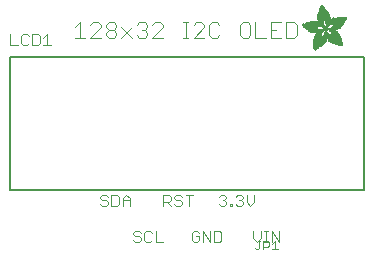
<source format=gbr>
G04 EAGLE Gerber RS-274X export*
G75*
%MOMM*%
%FSLAX34Y34*%
%LPD*%
%INSilkscreen Top*%
%IPPOS*%
%AMOC8*
5,1,8,0,0,1.08239X$1,22.5*%
G01*
%ADD10C,0.101600*%
%ADD11C,0.076200*%
%ADD12C,0.127000*%
%ADD13R,0.006300X0.050800*%
%ADD14R,0.006400X0.082600*%
%ADD15R,0.006300X0.120600*%
%ADD16R,0.006400X0.139700*%
%ADD17R,0.006300X0.158800*%
%ADD18R,0.006400X0.177800*%
%ADD19R,0.006300X0.196800*%
%ADD20R,0.006400X0.215900*%
%ADD21R,0.006300X0.228600*%
%ADD22R,0.006400X0.241300*%
%ADD23R,0.006300X0.254000*%
%ADD24R,0.006400X0.266700*%
%ADD25R,0.006300X0.279400*%
%ADD26R,0.006400X0.285700*%
%ADD27R,0.006300X0.298400*%
%ADD28R,0.006400X0.311200*%
%ADD29R,0.006300X0.317500*%
%ADD30R,0.006400X0.330200*%
%ADD31R,0.006300X0.336600*%
%ADD32R,0.006400X0.349200*%
%ADD33R,0.006300X0.361900*%
%ADD34R,0.006400X0.368300*%
%ADD35R,0.006300X0.381000*%
%ADD36R,0.006400X0.387300*%
%ADD37R,0.006300X0.393700*%
%ADD38R,0.006400X0.406400*%
%ADD39R,0.006300X0.412700*%
%ADD40R,0.006400X0.419100*%
%ADD41R,0.006300X0.431800*%
%ADD42R,0.006400X0.438100*%
%ADD43R,0.006300X0.450800*%
%ADD44R,0.006400X0.457200*%
%ADD45R,0.006300X0.463500*%
%ADD46R,0.006400X0.476200*%
%ADD47R,0.006300X0.482600*%
%ADD48R,0.006400X0.488900*%
%ADD49R,0.006300X0.501600*%
%ADD50R,0.006400X0.508000*%
%ADD51R,0.006300X0.514300*%
%ADD52R,0.006400X0.527000*%
%ADD53R,0.006300X0.533400*%
%ADD54R,0.006400X0.546100*%
%ADD55R,0.006300X0.552400*%
%ADD56R,0.006400X0.558800*%
%ADD57R,0.006300X0.571500*%
%ADD58R,0.006400X0.577800*%
%ADD59R,0.006300X0.584200*%
%ADD60R,0.006400X0.596900*%
%ADD61R,0.006300X0.603200*%
%ADD62R,0.006400X0.609600*%
%ADD63R,0.006300X0.622300*%
%ADD64R,0.006400X0.628600*%
%ADD65R,0.006300X0.641300*%
%ADD66R,0.006400X0.647700*%
%ADD67R,0.006300X0.063500*%
%ADD68R,0.006300X0.654000*%
%ADD69R,0.006400X0.101600*%
%ADD70R,0.006400X0.666700*%
%ADD71R,0.006300X0.139700*%
%ADD72R,0.006300X0.673100*%
%ADD73R,0.006400X0.165100*%
%ADD74R,0.006400X0.679400*%
%ADD75R,0.006300X0.196900*%
%ADD76R,0.006300X0.692100*%
%ADD77R,0.006400X0.222200*%
%ADD78R,0.006400X0.698500*%
%ADD79R,0.006300X0.247700*%
%ADD80R,0.006300X0.704800*%
%ADD81R,0.006400X0.279400*%
%ADD82R,0.006400X0.717500*%
%ADD83R,0.006300X0.298500*%
%ADD84R,0.006300X0.723900*%
%ADD85R,0.006400X0.736600*%
%ADD86R,0.006300X0.342900*%
%ADD87R,0.006300X0.742900*%
%ADD88R,0.006400X0.374700*%
%ADD89R,0.006400X0.749300*%
%ADD90R,0.006300X0.762000*%
%ADD91R,0.006400X0.412700*%
%ADD92R,0.006400X0.768300*%
%ADD93R,0.006300X0.438100*%
%ADD94R,0.006300X0.774700*%
%ADD95R,0.006400X0.463600*%
%ADD96R,0.006400X0.787400*%
%ADD97R,0.006300X0.793700*%
%ADD98R,0.006400X0.495300*%
%ADD99R,0.006400X0.800100*%
%ADD100R,0.006300X0.520700*%
%ADD101R,0.006300X0.812800*%
%ADD102R,0.006400X0.533400*%
%ADD103R,0.006400X0.819100*%
%ADD104R,0.006300X0.558800*%
%ADD105R,0.006300X0.825500*%
%ADD106R,0.006400X0.577900*%
%ADD107R,0.006400X0.831800*%
%ADD108R,0.006300X0.596900*%
%ADD109R,0.006300X0.844500*%
%ADD110R,0.006400X0.616000*%
%ADD111R,0.006400X0.850900*%
%ADD112R,0.006300X0.635000*%
%ADD113R,0.006300X0.857200*%
%ADD114R,0.006400X0.654100*%
%ADD115R,0.006400X0.863600*%
%ADD116R,0.006300X0.666700*%
%ADD117R,0.006300X0.869900*%
%ADD118R,0.006400X0.685800*%
%ADD119R,0.006400X0.876300*%
%ADD120R,0.006300X0.882600*%
%ADD121R,0.006400X0.723900*%
%ADD122R,0.006400X0.889000*%
%ADD123R,0.006300X0.895300*%
%ADD124R,0.006400X0.755700*%
%ADD125R,0.006400X0.901700*%
%ADD126R,0.006300X0.908000*%
%ADD127R,0.006400X0.793800*%
%ADD128R,0.006400X0.914400*%
%ADD129R,0.006300X0.806400*%
%ADD130R,0.006300X0.920700*%
%ADD131R,0.006400X0.825500*%
%ADD132R,0.006400X0.927100*%
%ADD133R,0.006300X0.933400*%
%ADD134R,0.006400X0.857300*%
%ADD135R,0.006400X0.939800*%
%ADD136R,0.006300X0.870000*%
%ADD137R,0.006300X0.939800*%
%ADD138R,0.006400X0.946100*%
%ADD139R,0.006300X0.952500*%
%ADD140R,0.006400X0.908000*%
%ADD141R,0.006400X0.958800*%
%ADD142R,0.006300X0.965200*%
%ADD143R,0.006400X0.965200*%
%ADD144R,0.006300X0.971500*%
%ADD145R,0.006400X0.952500*%
%ADD146R,0.006400X0.977900*%
%ADD147R,0.006300X0.958800*%
%ADD148R,0.006300X0.984200*%
%ADD149R,0.006400X0.971500*%
%ADD150R,0.006400X0.984200*%
%ADD151R,0.006300X0.990600*%
%ADD152R,0.006400X0.984300*%
%ADD153R,0.006400X0.996900*%
%ADD154R,0.006300X0.997000*%
%ADD155R,0.006300X0.996900*%
%ADD156R,0.006400X1.003300*%
%ADD157R,0.006300X1.016000*%
%ADD158R,0.006300X1.009600*%
%ADD159R,0.006400X1.016000*%
%ADD160R,0.006400X1.009600*%
%ADD161R,0.006300X1.022300*%
%ADD162R,0.006400X1.028700*%
%ADD163R,0.006300X1.035100*%
%ADD164R,0.006400X1.047800*%
%ADD165R,0.006300X1.054100*%
%ADD166R,0.006300X1.028700*%
%ADD167R,0.006400X1.054100*%
%ADD168R,0.006400X1.035000*%
%ADD169R,0.006300X1.060400*%
%ADD170R,0.006300X1.035000*%
%ADD171R,0.006400X1.060500*%
%ADD172R,0.006400X1.041400*%
%ADD173R,0.006300X1.066800*%
%ADD174R,0.006300X1.041400*%
%ADD175R,0.006400X1.079500*%
%ADD176R,0.006400X1.047700*%
%ADD177R,0.006300X1.085900*%
%ADD178R,0.006300X1.047700*%
%ADD179R,0.006400X1.085800*%
%ADD180R,0.006300X1.092200*%
%ADD181R,0.006400X1.085900*%
%ADD182R,0.006300X1.098600*%
%ADD183R,0.006400X1.098600*%
%ADD184R,0.006400X1.060400*%
%ADD185R,0.006300X1.104900*%
%ADD186R,0.006400X1.104900*%
%ADD187R,0.006400X1.066800*%
%ADD188R,0.006300X1.111200*%
%ADD189R,0.006400X1.117600*%
%ADD190R,0.006300X1.117600*%
%ADD191R,0.006300X1.073100*%
%ADD192R,0.006400X1.073100*%
%ADD193R,0.006300X1.124000*%
%ADD194R,0.006300X1.079500*%
%ADD195R,0.006400X1.123900*%
%ADD196R,0.006300X1.130300*%
%ADD197R,0.006400X1.130300*%
%ADD198R,0.006400X1.136700*%
%ADD199R,0.006300X1.136700*%
%ADD200R,0.006300X1.085800*%
%ADD201R,0.006400X1.136600*%
%ADD202R,0.006300X1.136600*%
%ADD203R,0.006400X1.143000*%
%ADD204R,0.006300X1.143000*%
%ADD205R,0.006300X1.149400*%
%ADD206R,0.006300X1.149300*%
%ADD207R,0.006400X1.149300*%
%ADD208R,0.006400X1.149400*%
%ADD209R,0.006400X1.155700*%
%ADD210R,0.006300X1.155700*%
%ADD211R,0.006300X1.060500*%
%ADD212R,0.006400X2.197100*%
%ADD213R,0.006300X2.197100*%
%ADD214R,0.006300X2.184400*%
%ADD215R,0.006400X2.184400*%
%ADD216R,0.006400X2.171700*%
%ADD217R,0.006300X2.171700*%
%ADD218R,0.006400X1.530300*%
%ADD219R,0.006300X1.505000*%
%ADD220R,0.006400X1.492300*%
%ADD221R,0.006300X1.485900*%
%ADD222R,0.006300X0.565200*%
%ADD223R,0.006400X1.473200*%
%ADD224R,0.006400X0.565200*%
%ADD225R,0.006300X1.460500*%
%ADD226R,0.006400X1.454100*%
%ADD227R,0.006400X0.552400*%
%ADD228R,0.006300X1.441500*%
%ADD229R,0.006300X0.546100*%
%ADD230R,0.006400X1.435100*%
%ADD231R,0.006400X0.539800*%
%ADD232R,0.006300X1.428800*%
%ADD233R,0.006400X1.422400*%
%ADD234R,0.006300X1.409700*%
%ADD235R,0.006300X0.527100*%
%ADD236R,0.006400X1.403300*%
%ADD237R,0.006400X0.527100*%
%ADD238R,0.006300X1.390700*%
%ADD239R,0.006400X1.384300*%
%ADD240R,0.006400X0.520700*%
%ADD241R,0.006300X1.384300*%
%ADD242R,0.006300X0.514400*%
%ADD243R,0.006400X1.371600*%
%ADD244R,0.006300X1.365200*%
%ADD245R,0.006300X0.508000*%
%ADD246R,0.006400X1.352600*%
%ADD247R,0.006400X0.501700*%
%ADD248R,0.006300X0.711200*%
%ADD249R,0.006300X0.603300*%
%ADD250R,0.006300X0.501700*%
%ADD251R,0.006400X0.692100*%
%ADD252R,0.006400X0.571500*%
%ADD253R,0.006300X0.679400*%
%ADD254R,0.006300X0.495300*%
%ADD255R,0.006400X0.673100*%
%ADD256R,0.006300X0.666800*%
%ADD257R,0.006300X0.488900*%
%ADD258R,0.006400X0.660400*%
%ADD259R,0.006400X0.482600*%
%ADD260R,0.006300X0.476200*%
%ADD261R,0.006400X0.654000*%
%ADD262R,0.006400X0.469900*%
%ADD263R,0.006400X0.476300*%
%ADD264R,0.006300X0.647700*%
%ADD265R,0.006300X0.457200*%
%ADD266R,0.006300X0.469900*%
%ADD267R,0.006400X0.641300*%
%ADD268R,0.006400X0.444500*%
%ADD269R,0.006300X0.463600*%
%ADD270R,0.006400X0.635000*%
%ADD271R,0.006400X0.463500*%
%ADD272R,0.006400X0.393700*%
%ADD273R,0.006400X0.450800*%
%ADD274R,0.006300X0.628600*%
%ADD275R,0.006300X0.387400*%
%ADD276R,0.006300X0.450900*%
%ADD277R,0.006400X0.628700*%
%ADD278R,0.006400X0.374600*%
%ADD279R,0.006300X0.368300*%
%ADD280R,0.006300X0.438200*%
%ADD281R,0.006400X0.622300*%
%ADD282R,0.006400X0.355600*%
%ADD283R,0.006400X0.431800*%
%ADD284R,0.006300X0.349300*%
%ADD285R,0.006300X0.425400*%
%ADD286R,0.006300X0.615900*%
%ADD287R,0.006300X0.330200*%
%ADD288R,0.006300X0.419100*%
%ADD289R,0.006300X0.616000*%
%ADD290R,0.006300X0.311200*%
%ADD291R,0.006300X0.406400*%
%ADD292R,0.006400X0.615900*%
%ADD293R,0.006400X0.304800*%
%ADD294R,0.006400X0.158800*%
%ADD295R,0.006300X0.609600*%
%ADD296R,0.006300X0.292100*%
%ADD297R,0.006300X0.235000*%
%ADD298R,0.006400X0.387400*%
%ADD299R,0.006400X0.292100*%
%ADD300R,0.006300X0.336500*%
%ADD301R,0.006300X0.260400*%
%ADD302R,0.006400X0.603300*%
%ADD303R,0.006400X0.260400*%
%ADD304R,0.006400X0.362000*%
%ADD305R,0.006400X0.450900*%
%ADD306R,0.006300X0.355600*%
%ADD307R,0.006400X0.342900*%
%ADD308R,0.006400X0.514300*%
%ADD309R,0.006300X0.234900*%
%ADD310R,0.006300X0.539700*%
%ADD311R,0.006400X0.603200*%
%ADD312R,0.006400X0.234900*%
%ADD313R,0.006400X0.920700*%
%ADD314R,0.006400X0.958900*%
%ADD315R,0.006300X0.215900*%
%ADD316R,0.006400X0.209600*%
%ADD317R,0.006300X0.203200*%
%ADD318R,0.006300X1.003300*%
%ADD319R,0.006400X0.203200*%
%ADD320R,0.006400X0.196900*%
%ADD321R,0.006300X0.190500*%
%ADD322R,0.006400X0.190500*%
%ADD323R,0.006300X0.184200*%
%ADD324R,0.006400X0.590500*%
%ADD325R,0.006400X0.184200*%
%ADD326R,0.006300X0.590500*%
%ADD327R,0.006300X0.177800*%
%ADD328R,0.006400X0.584200*%
%ADD329R,0.006400X1.168400*%
%ADD330R,0.006300X0.171500*%
%ADD331R,0.006300X1.187500*%
%ADD332R,0.006400X1.200100*%
%ADD333R,0.006300X0.577800*%
%ADD334R,0.006300X1.212900*%
%ADD335R,0.006400X1.231900*%
%ADD336R,0.006300X1.250900*%
%ADD337R,0.006400X0.565100*%
%ADD338R,0.006400X0.184100*%
%ADD339R,0.006400X1.263700*%
%ADD340R,0.006300X0.565100*%
%ADD341R,0.006300X1.289100*%
%ADD342R,0.006400X1.314400*%
%ADD343R,0.006300X0.552500*%
%ADD344R,0.006300X1.568500*%
%ADD345R,0.006400X0.552500*%
%ADD346R,0.006400X1.581200*%
%ADD347R,0.006300X1.593800*%
%ADD348R,0.006400X1.606500*%
%ADD349R,0.006300X1.619300*%
%ADD350R,0.006400X0.514400*%
%ADD351R,0.006400X1.638300*%
%ADD352R,0.006300X1.657300*%
%ADD353R,0.006400X2.209800*%
%ADD354R,0.006300X2.425700*%
%ADD355R,0.006400X2.470100*%
%ADD356R,0.006300X2.501900*%
%ADD357R,0.006400X2.533700*%
%ADD358R,0.006300X2.559000*%
%ADD359R,0.006400X2.584500*%
%ADD360R,0.006300X2.609900*%
%ADD361R,0.006400X2.628900*%
%ADD362R,0.006300X2.660600*%
%ADD363R,0.006400X2.673400*%
%ADD364R,0.006300X1.422400*%
%ADD365R,0.006300X1.200200*%
%ADD366R,0.006300X1.365300*%
%ADD367R,0.006400X1.365300*%
%ADD368R,0.006300X1.352500*%
%ADD369R,0.006300X1.098500*%
%ADD370R,0.006400X1.358900*%
%ADD371R,0.006300X1.352600*%
%ADD372R,0.006300X1.358900*%
%ADD373R,0.006300X1.371600*%
%ADD374R,0.006400X1.377900*%
%ADD375R,0.006400X1.397000*%
%ADD376R,0.006300X1.403300*%
%ADD377R,0.006300X0.914400*%
%ADD378R,0.006300X0.876300*%
%ADD379R,0.006300X0.374600*%
%ADD380R,0.006400X1.073200*%
%ADD381R,0.006300X0.374700*%
%ADD382R,0.006400X0.844600*%
%ADD383R,0.006300X0.844600*%
%ADD384R,0.006400X0.831900*%
%ADD385R,0.006400X1.092200*%
%ADD386R,0.006300X0.400000*%
%ADD387R,0.006400X0.819200*%
%ADD388R,0.006400X1.111300*%
%ADD389R,0.006400X0.812800*%
%ADD390R,0.006300X0.800100*%
%ADD391R,0.006300X0.476300*%
%ADD392R,0.006300X1.181100*%
%ADD393R,0.006400X0.501600*%
%ADD394R,0.006400X1.193800*%
%ADD395R,0.006400X0.781000*%
%ADD396R,0.006400X1.238200*%
%ADD397R,0.006300X0.781100*%
%ADD398R,0.006300X1.257300*%
%ADD399R,0.006400X1.295400*%
%ADD400R,0.006300X1.333500*%
%ADD401R,0.006400X0.774700*%
%ADD402R,0.006400X1.866900*%
%ADD403R,0.006300X0.209600*%
%ADD404R,0.006300X1.866900*%
%ADD405R,0.006400X0.768400*%
%ADD406R,0.006400X0.209500*%
%ADD407R,0.006400X1.860600*%
%ADD408R,0.006400X0.762000*%
%ADD409R,0.006300X0.768400*%
%ADD410R,0.006300X1.860600*%
%ADD411R,0.006400X1.860500*%
%ADD412R,0.006300X0.222300*%
%ADD413R,0.006300X1.854200*%
%ADD414R,0.006400X0.235000*%
%ADD415R,0.006400X1.854200*%
%ADD416R,0.006300X0.768300*%
%ADD417R,0.006400X0.260300*%
%ADD418R,0.006400X1.847800*%
%ADD419R,0.006300X0.266700*%
%ADD420R,0.006300X1.847800*%
%ADD421R,0.006400X0.273100*%
%ADD422R,0.006400X1.841500*%
%ADD423R,0.006300X0.285800*%
%ADD424R,0.006300X1.841500*%
%ADD425R,0.006400X0.298500*%
%ADD426R,0.006400X1.835100*%
%ADD427R,0.006300X0.781000*%
%ADD428R,0.006300X0.304800*%
%ADD429R,0.006300X1.835100*%
%ADD430R,0.006400X0.317500*%
%ADD431R,0.006400X1.828800*%
%ADD432R,0.006300X0.787400*%
%ADD433R,0.006300X0.323800*%
%ADD434R,0.006300X1.828800*%
%ADD435R,0.006400X0.793700*%
%ADD436R,0.006400X1.822400*%
%ADD437R,0.006300X0.806500*%
%ADD438R,0.006300X1.822400*%
%ADD439R,0.006400X1.816100*%
%ADD440R,0.006300X0.819100*%
%ADD441R,0.006300X0.387300*%
%ADD442R,0.006300X1.816100*%
%ADD443R,0.006400X1.809800*%
%ADD444R,0.006300X1.803400*%
%ADD445R,0.006400X1.797000*%
%ADD446R,0.006300X0.901700*%
%ADD447R,0.006300X1.797000*%
%ADD448R,0.006400X1.441400*%
%ADD449R,0.006400X1.790700*%
%ADD450R,0.006300X1.447800*%
%ADD451R,0.006300X1.784300*%
%ADD452R,0.006400X1.447800*%
%ADD453R,0.006400X1.784300*%
%ADD454R,0.006300X1.454100*%
%ADD455R,0.006300X1.771700*%
%ADD456R,0.006400X1.460500*%
%ADD457R,0.006400X1.759000*%
%ADD458R,0.006300X1.466800*%
%ADD459R,0.006300X1.752600*%
%ADD460R,0.006400X1.466800*%
%ADD461R,0.006400X1.739900*%
%ADD462R,0.006300X1.473200*%
%ADD463R,0.006300X1.727200*%
%ADD464R,0.006400X1.479500*%
%ADD465R,0.006400X1.714500*%
%ADD466R,0.006300X1.695400*%
%ADD467R,0.006400X1.485900*%
%ADD468R,0.006400X1.682700*%
%ADD469R,0.006300X1.492200*%
%ADD470R,0.006300X1.663700*%
%ADD471R,0.006400X1.498600*%
%ADD472R,0.006400X1.644600*%
%ADD473R,0.006300X1.498600*%
%ADD474R,0.006300X1.619200*%
%ADD475R,0.006400X1.511300*%
%ADD476R,0.006400X1.600200*%
%ADD477R,0.006300X1.517700*%
%ADD478R,0.006300X1.574800*%
%ADD479R,0.006400X1.524000*%
%ADD480R,0.006400X1.555800*%
%ADD481R,0.006300X1.524000*%
%ADD482R,0.006300X1.536700*%
%ADD483R,0.006400X1.530400*%
%ADD484R,0.006400X1.517700*%
%ADD485R,0.006300X1.492300*%
%ADD486R,0.006400X1.549400*%
%ADD487R,0.006400X1.479600*%
%ADD488R,0.006300X1.549400*%
%ADD489R,0.006400X1.555700*%
%ADD490R,0.006300X1.562100*%
%ADD491R,0.006300X0.323900*%
%ADD492R,0.006400X1.568400*%
%ADD493R,0.006400X0.336600*%
%ADD494R,0.006300X1.587500*%
%ADD495R,0.006300X0.971600*%
%ADD496R,0.006400X0.349300*%
%ADD497R,0.006300X1.600200*%
%ADD498R,0.006300X0.920800*%
%ADD499R,0.006400X0.882700*%
%ADD500R,0.006300X1.612900*%
%ADD501R,0.006300X0.362000*%
%ADD502R,0.006400X1.625600*%
%ADD503R,0.006300X1.625600*%
%ADD504R,0.006300X1.644600*%
%ADD505R,0.006300X0.736600*%
%ADD506R,0.006400X0.717600*%
%ADD507R,0.006300X1.657400*%
%ADD508R,0.006300X0.679500*%
%ADD509R,0.006400X1.663700*%
%ADD510R,0.006400X0.400000*%
%ADD511R,0.006300X1.676400*%
%ADD512R,0.006400X1.676400*%
%ADD513R,0.006400X0.425500*%
%ADD514R,0.006400X1.352500*%
%ADD515R,0.006300X0.444500*%
%ADD516R,0.006400X0.361900*%
%ADD517R,0.006300X0.088900*%
%ADD518R,0.006300X1.009700*%
%ADD519R,0.006400X1.009700*%
%ADD520R,0.006400X1.022300*%
%ADD521R,0.006400X1.346200*%
%ADD522R,0.006300X1.346200*%
%ADD523R,0.006400X1.339900*%
%ADD524R,0.006400X1.035100*%
%ADD525R,0.006300X1.339800*%
%ADD526R,0.006400X1.333500*%
%ADD527R,0.006400X1.327200*%
%ADD528R,0.006300X1.320800*%
%ADD529R,0.006400X1.314500*%
%ADD530R,0.006300X1.314400*%
%ADD531R,0.006400X1.301700*%
%ADD532R,0.006300X1.295400*%
%ADD533R,0.006400X1.289000*%
%ADD534R,0.006300X1.276300*%
%ADD535R,0.006300X1.251000*%
%ADD536R,0.006400X1.244600*%
%ADD537R,0.006300X1.231900*%
%ADD538R,0.006400X1.212800*%
%ADD539R,0.006300X1.200100*%
%ADD540R,0.006400X1.187400*%
%ADD541R,0.006300X1.168400*%
%ADD542R,0.006300X1.047800*%
%ADD543R,0.006300X0.977900*%
%ADD544R,0.006400X0.946200*%
%ADD545R,0.006400X0.933400*%
%ADD546R,0.006400X0.895300*%
%ADD547R,0.006300X0.882700*%
%ADD548R,0.006300X0.863600*%
%ADD549R,0.006400X0.857200*%
%ADD550R,0.006300X0.850900*%
%ADD551R,0.006300X0.838200*%
%ADD552R,0.006400X0.806500*%
%ADD553R,0.006300X0.717600*%
%ADD554R,0.006400X0.711200*%
%ADD555R,0.006400X0.641400*%
%ADD556R,0.006300X0.641400*%
%ADD557R,0.006300X0.628700*%
%ADD558R,0.006300X0.590600*%
%ADD559R,0.006400X0.539700*%
%ADD560R,0.006300X0.285700*%
%ADD561R,0.006300X0.222200*%
%ADD562R,0.006300X0.171400*%
%ADD563R,0.006400X0.152400*%
%ADD564R,0.006300X0.133400*%


D10*
X72818Y184501D02*
X77224Y188907D01*
X77224Y175688D01*
X72818Y175688D02*
X81631Y175688D01*
X85915Y175688D02*
X94728Y175688D01*
X85915Y175688D02*
X94728Y184501D01*
X94728Y186704D01*
X92525Y188907D01*
X88118Y188907D01*
X85915Y186704D01*
X99013Y186704D02*
X101216Y188907D01*
X105622Y188907D01*
X107825Y186704D01*
X107825Y184501D01*
X105622Y182298D01*
X107825Y180094D01*
X107825Y177891D01*
X105622Y175688D01*
X101216Y175688D01*
X99013Y177891D01*
X99013Y180094D01*
X101216Y182298D01*
X99013Y184501D01*
X99013Y186704D01*
X101216Y182298D02*
X105622Y182298D01*
X112110Y184501D02*
X120923Y175688D01*
X112110Y175688D02*
X120923Y184501D01*
X125207Y186704D02*
X127410Y188907D01*
X131817Y188907D01*
X134020Y186704D01*
X134020Y184501D01*
X131817Y182298D01*
X129613Y182298D01*
X131817Y182298D02*
X134020Y180094D01*
X134020Y177891D01*
X131817Y175688D01*
X127410Y175688D01*
X125207Y177891D01*
X138304Y175688D02*
X147117Y175688D01*
X138304Y175688D02*
X147117Y184501D01*
X147117Y186704D01*
X144914Y188907D01*
X140507Y188907D01*
X138304Y186704D01*
X164499Y175688D02*
X168905Y175688D01*
X166702Y175688D02*
X166702Y188907D01*
X164499Y188907D02*
X168905Y188907D01*
X173230Y175688D02*
X182043Y175688D01*
X173230Y175688D02*
X182043Y184501D01*
X182043Y186704D01*
X179840Y188907D01*
X175433Y188907D01*
X173230Y186704D01*
X192937Y188907D02*
X195140Y186704D01*
X192937Y188907D02*
X188531Y188907D01*
X186328Y186704D01*
X186328Y177891D01*
X188531Y175688D01*
X192937Y175688D01*
X195140Y177891D01*
X214725Y188907D02*
X219132Y188907D01*
X214725Y188907D02*
X212522Y186704D01*
X212522Y177891D01*
X214725Y175688D01*
X219132Y175688D01*
X221335Y177891D01*
X221335Y186704D01*
X219132Y188907D01*
X225619Y188907D02*
X225619Y175688D01*
X234432Y175688D01*
X238717Y188907D02*
X247529Y188907D01*
X238717Y188907D02*
X238717Y175688D01*
X247529Y175688D01*
X243123Y182298D02*
X238717Y182298D01*
X251814Y188907D02*
X251814Y175688D01*
X258423Y175688D01*
X260627Y177891D01*
X260627Y186704D01*
X258423Y188907D01*
X251814Y188907D01*
D11*
X223901Y12327D02*
X223901Y6056D01*
X227036Y2921D01*
X230172Y6056D01*
X230172Y12327D01*
X233256Y2921D02*
X236392Y2921D01*
X234824Y2921D02*
X234824Y12327D01*
X233256Y12327D02*
X236392Y12327D01*
X239493Y12327D02*
X239493Y2921D01*
X245764Y2921D02*
X239493Y12327D01*
X245764Y12327D02*
X245764Y2921D01*
X196259Y42807D02*
X194691Y41239D01*
X196259Y42807D02*
X199394Y42807D01*
X200962Y41239D01*
X200962Y39672D01*
X199394Y38104D01*
X197826Y38104D01*
X199394Y38104D02*
X200962Y36536D01*
X200962Y34969D01*
X199394Y33401D01*
X196259Y33401D01*
X194691Y34969D01*
X204046Y34969D02*
X204046Y33401D01*
X204046Y34969D02*
X205614Y34969D01*
X205614Y33401D01*
X204046Y33401D01*
X208724Y41239D02*
X210291Y42807D01*
X213427Y42807D01*
X214994Y41239D01*
X214994Y39672D01*
X213427Y38104D01*
X211859Y38104D01*
X213427Y38104D02*
X214994Y36536D01*
X214994Y34969D01*
X213427Y33401D01*
X210291Y33401D01*
X208724Y34969D01*
X218079Y36536D02*
X218079Y42807D01*
X218079Y36536D02*
X221214Y33401D01*
X224350Y36536D01*
X224350Y42807D01*
X178102Y10759D02*
X176534Y12327D01*
X173399Y12327D01*
X171831Y10759D01*
X171831Y4489D01*
X173399Y2921D01*
X176534Y2921D01*
X178102Y4489D01*
X178102Y7624D01*
X174966Y7624D01*
X181186Y2921D02*
X181186Y12327D01*
X187457Y2921D01*
X187457Y12327D01*
X190541Y12327D02*
X190541Y2921D01*
X195244Y2921D01*
X196812Y4489D01*
X196812Y10759D01*
X195244Y12327D01*
X190541Y12327D01*
X147701Y33401D02*
X147701Y42807D01*
X152404Y42807D01*
X153972Y41239D01*
X153972Y38104D01*
X152404Y36536D01*
X147701Y36536D01*
X150836Y36536D02*
X153972Y33401D01*
X163327Y41239D02*
X161759Y42807D01*
X158624Y42807D01*
X157056Y41239D01*
X157056Y39672D01*
X158624Y38104D01*
X161759Y38104D01*
X163327Y36536D01*
X163327Y34969D01*
X161759Y33401D01*
X158624Y33401D01*
X157056Y34969D01*
X169547Y33401D02*
X169547Y42807D01*
X172682Y42807D02*
X166411Y42807D01*
X128572Y10759D02*
X127004Y12327D01*
X123869Y12327D01*
X122301Y10759D01*
X122301Y9192D01*
X123869Y7624D01*
X127004Y7624D01*
X128572Y6056D01*
X128572Y4489D01*
X127004Y2921D01*
X123869Y2921D01*
X122301Y4489D01*
X136359Y12327D02*
X137927Y10759D01*
X136359Y12327D02*
X133224Y12327D01*
X131656Y10759D01*
X131656Y4489D01*
X133224Y2921D01*
X136359Y2921D01*
X137927Y4489D01*
X141011Y2921D02*
X141011Y12327D01*
X141011Y2921D02*
X147282Y2921D01*
X100632Y41239D02*
X99064Y42807D01*
X95929Y42807D01*
X94361Y41239D01*
X94361Y39672D01*
X95929Y38104D01*
X99064Y38104D01*
X100632Y36536D01*
X100632Y34969D01*
X99064Y33401D01*
X95929Y33401D01*
X94361Y34969D01*
X103716Y33401D02*
X103716Y42807D01*
X103716Y33401D02*
X108419Y33401D01*
X109987Y34969D01*
X109987Y41239D01*
X108419Y42807D01*
X103716Y42807D01*
X113071Y39672D02*
X113071Y33401D01*
X113071Y39672D02*
X116207Y42807D01*
X119342Y39672D01*
X119342Y33401D01*
X119342Y38104D02*
X113071Y38104D01*
D12*
X17500Y159850D02*
X317500Y159850D01*
X317500Y46600D01*
X17500Y46600D01*
X17500Y159850D01*
D11*
X17881Y169481D02*
X17881Y178887D01*
X17881Y169481D02*
X24152Y169481D01*
X33507Y177319D02*
X31939Y178887D01*
X28804Y178887D01*
X27236Y177319D01*
X27236Y171049D01*
X28804Y169481D01*
X31939Y169481D01*
X33507Y171049D01*
X36591Y169481D02*
X36591Y178887D01*
X36591Y169481D02*
X41294Y169481D01*
X42862Y171049D01*
X42862Y177319D01*
X41294Y178887D01*
X36591Y178887D01*
X45947Y175752D02*
X49082Y178887D01*
X49082Y169481D01*
X45947Y169481D02*
X52217Y169481D01*
X224891Y-2266D02*
X226119Y-3495D01*
X227348Y-3495D01*
X228577Y-2266D01*
X228577Y3877D01*
X229805Y3877D02*
X227348Y3877D01*
X232375Y3877D02*
X232375Y-3495D01*
X232375Y3877D02*
X236061Y3877D01*
X237290Y2649D01*
X237290Y191D01*
X236061Y-1038D01*
X232375Y-1038D01*
X239859Y1420D02*
X242316Y3877D01*
X242316Y-3495D01*
X239859Y-3495D02*
X244774Y-3495D01*
D13*
X303340Y191738D03*
D14*
X303276Y191770D03*
D15*
X303213Y191770D03*
D16*
X303149Y191739D03*
D17*
X303086Y191770D03*
D18*
X303022Y191738D03*
D19*
X302959Y191770D03*
D20*
X302895Y191739D03*
D21*
X302832Y191738D03*
D22*
X302768Y191675D03*
D23*
X302705Y191675D03*
D24*
X302641Y191612D03*
D25*
X302578Y191611D03*
D26*
X302514Y191580D03*
D27*
X302451Y191516D03*
D28*
X302387Y191516D03*
D29*
X302324Y191485D03*
D30*
X302260Y191421D03*
D31*
X302197Y191389D03*
D32*
X302133Y191389D03*
D33*
X302070Y191326D03*
D34*
X302006Y191294D03*
D35*
X301943Y191230D03*
D36*
X301879Y191199D03*
D37*
X301816Y191167D03*
D38*
X301752Y191103D03*
D39*
X301689Y191072D03*
D40*
X301625Y191040D03*
D41*
X301562Y190976D03*
D42*
X301498Y190945D03*
D43*
X301435Y190881D03*
D44*
X301371Y190849D03*
D45*
X301308Y190818D03*
D46*
X301244Y190754D03*
D47*
X301181Y190722D03*
D48*
X301117Y190691D03*
D49*
X301054Y190627D03*
D50*
X300990Y190595D03*
D51*
X300927Y190564D03*
D52*
X300863Y190500D03*
D53*
X300800Y190468D03*
D54*
X300736Y190405D03*
D55*
X300673Y190373D03*
D56*
X300609Y190341D03*
D57*
X300546Y190278D03*
D58*
X300482Y190246D03*
D59*
X300419Y190214D03*
D60*
X300355Y190151D03*
D61*
X300292Y190119D03*
D62*
X300228Y190087D03*
D63*
X300165Y190024D03*
D64*
X300101Y189992D03*
D65*
X300038Y189929D03*
D66*
X299974Y189897D03*
D67*
X299911Y170085D03*
D68*
X299911Y189865D03*
D69*
X299847Y170085D03*
D70*
X299847Y189802D03*
D71*
X299784Y170149D03*
D72*
X299784Y189770D03*
D73*
X299720Y170212D03*
D74*
X299720Y189738D03*
D75*
X299657Y170244D03*
D76*
X299657Y189675D03*
D77*
X299593Y170307D03*
D78*
X299593Y189643D03*
D79*
X299530Y170371D03*
D80*
X299530Y189611D03*
D81*
X299466Y170466D03*
D82*
X299466Y189548D03*
D83*
X299403Y170498D03*
D84*
X299403Y189516D03*
D30*
X299339Y170593D03*
D85*
X299339Y189452D03*
D86*
X299276Y170657D03*
D87*
X299276Y189421D03*
D88*
X299212Y170752D03*
D89*
X299212Y189389D03*
D37*
X299149Y170847D03*
D90*
X299149Y189325D03*
D91*
X299085Y170879D03*
D92*
X299085Y189294D03*
D93*
X299022Y171006D03*
D94*
X299022Y189262D03*
D95*
X298958Y171069D03*
D96*
X298958Y189198D03*
D47*
X298895Y171164D03*
D97*
X298895Y189167D03*
D98*
X298831Y171228D03*
D99*
X298831Y189135D03*
D100*
X298768Y171355D03*
D101*
X298768Y189071D03*
D102*
X298704Y171418D03*
D103*
X298704Y189040D03*
D104*
X298641Y171545D03*
D105*
X298641Y189008D03*
D106*
X298577Y171641D03*
D107*
X298577Y188976D03*
D108*
X298514Y171736D03*
D109*
X298514Y188913D03*
D110*
X298450Y171831D03*
D111*
X298450Y188881D03*
D112*
X298387Y171926D03*
D113*
X298387Y188849D03*
D114*
X298323Y172022D03*
D115*
X298323Y188817D03*
D116*
X298260Y172149D03*
D117*
X298260Y188786D03*
D118*
X298196Y172244D03*
D119*
X298196Y188754D03*
D80*
X298133Y172339D03*
D120*
X298133Y188722D03*
D121*
X298069Y172435D03*
D122*
X298069Y188690D03*
D87*
X298006Y172530D03*
D123*
X298006Y188659D03*
D124*
X297942Y172657D03*
D125*
X297942Y188627D03*
D94*
X297879Y172752D03*
D126*
X297879Y188595D03*
D127*
X297815Y172847D03*
D128*
X297815Y188563D03*
D129*
X297752Y172974D03*
D130*
X297752Y188532D03*
D131*
X297688Y173070D03*
D132*
X297688Y188500D03*
D109*
X297625Y173165D03*
D133*
X297625Y188468D03*
D134*
X297561Y173292D03*
D135*
X297561Y188436D03*
D136*
X297498Y173355D03*
D137*
X297498Y188436D03*
D122*
X297434Y173450D03*
D138*
X297434Y188405D03*
D123*
X297371Y173546D03*
D139*
X297371Y188373D03*
D140*
X297307Y173609D03*
D141*
X297307Y188341D03*
D130*
X297244Y173673D03*
D142*
X297244Y188309D03*
D132*
X297180Y173768D03*
D143*
X297180Y188309D03*
D137*
X297117Y173831D03*
D144*
X297117Y188278D03*
D145*
X297053Y173895D03*
D146*
X297053Y188246D03*
D147*
X296990Y173990D03*
D148*
X296990Y188214D03*
D149*
X296926Y174054D03*
D150*
X296926Y188214D03*
D148*
X296863Y174117D03*
D151*
X296863Y188182D03*
D152*
X296799Y174181D03*
D153*
X296799Y188151D03*
D154*
X296736Y174244D03*
D155*
X296736Y188151D03*
D156*
X296672Y174276D03*
X296672Y188119D03*
D157*
X296609Y174339D03*
D158*
X296609Y188087D03*
D159*
X296545Y174403D03*
D160*
X296545Y188087D03*
D161*
X296482Y174435D03*
D157*
X296482Y188055D03*
D162*
X296418Y174530D03*
D159*
X296418Y188055D03*
D163*
X296355Y174562D03*
D161*
X296355Y188024D03*
D164*
X296291Y174625D03*
D162*
X296291Y187992D03*
D165*
X296228Y174657D03*
D166*
X296228Y187992D03*
D167*
X296164Y174721D03*
D168*
X296164Y187960D03*
D169*
X296101Y174752D03*
D170*
X296101Y187960D03*
D171*
X296037Y174816D03*
D172*
X296037Y187928D03*
D173*
X295974Y174847D03*
D174*
X295974Y187928D03*
D175*
X295910Y174911D03*
D176*
X295910Y187897D03*
D177*
X295847Y174943D03*
D178*
X295847Y187897D03*
D179*
X295783Y175006D03*
D167*
X295783Y187865D03*
D180*
X295720Y175038D03*
D165*
X295720Y187865D03*
D181*
X295656Y175070D03*
D167*
X295656Y187865D03*
D182*
X295593Y175133D03*
D169*
X295593Y187833D03*
D183*
X295529Y175133D03*
D184*
X295529Y187833D03*
D185*
X295466Y175165D03*
D173*
X295466Y187801D03*
D186*
X295402Y175229D03*
D187*
X295402Y187801D03*
D188*
X295339Y175260D03*
D173*
X295339Y187801D03*
D189*
X295275Y175292D03*
D187*
X295275Y187801D03*
D190*
X295212Y175355D03*
D191*
X295212Y187770D03*
D189*
X295148Y175355D03*
D192*
X295148Y187770D03*
D193*
X295085Y175387D03*
D194*
X295085Y187738D03*
D195*
X295021Y175451D03*
D175*
X295021Y187738D03*
D196*
X294958Y175483D03*
D194*
X294958Y187738D03*
D197*
X294894Y175483D03*
D175*
X294894Y187738D03*
D196*
X294831Y175546D03*
D194*
X294831Y187738D03*
D198*
X294767Y175578D03*
D179*
X294767Y187706D03*
D199*
X294704Y175578D03*
D200*
X294704Y187706D03*
D201*
X294640Y175641D03*
D175*
X294640Y187675D03*
D202*
X294577Y175641D03*
D194*
X294577Y187675D03*
D203*
X294513Y175673D03*
D181*
X294513Y187643D03*
D204*
X294450Y175736D03*
D177*
X294450Y187643D03*
D203*
X294386Y175736D03*
D181*
X294386Y187643D03*
D205*
X294323Y175768D03*
D177*
X294323Y187643D03*
D203*
X294259Y175800D03*
D181*
X294259Y187643D03*
D206*
X294196Y175832D03*
D177*
X294196Y187643D03*
D207*
X294132Y175832D03*
D181*
X294132Y187643D03*
D205*
X294069Y175895D03*
D177*
X294069Y187643D03*
D208*
X294005Y175895D03*
D181*
X294005Y187643D03*
D205*
X293942Y175895D03*
D200*
X293942Y187579D03*
D207*
X293878Y175959D03*
D179*
X293878Y187579D03*
D206*
X293815Y175959D03*
D200*
X293815Y187579D03*
D209*
X293751Y175991D03*
D179*
X293751Y187579D03*
D205*
X293688Y176022D03*
D200*
X293688Y187579D03*
D208*
X293624Y176022D03*
D179*
X293624Y187579D03*
D210*
X293561Y176054D03*
D200*
X293561Y187579D03*
D207*
X293497Y176086D03*
D179*
X293497Y187579D03*
D206*
X293434Y176086D03*
D194*
X293434Y187548D03*
D209*
X293370Y176118D03*
D175*
X293370Y187548D03*
D205*
X293307Y176149D03*
D194*
X293307Y187548D03*
D208*
X293243Y176149D03*
D175*
X293243Y187548D03*
D205*
X293180Y176149D03*
D194*
X293180Y187548D03*
D207*
X293116Y176213D03*
D192*
X293116Y187516D03*
D206*
X293053Y176213D03*
D191*
X293053Y187516D03*
D207*
X292989Y176213D03*
D187*
X292989Y187547D03*
D205*
X292926Y176276D03*
D173*
X292926Y187547D03*
D208*
X292862Y176276D03*
D187*
X292862Y187547D03*
D205*
X292799Y176276D03*
D211*
X292799Y187516D03*
D203*
X292735Y176308D03*
D171*
X292735Y187516D03*
D206*
X292672Y176340D03*
D211*
X292672Y187516D03*
D207*
X292608Y176340D03*
D167*
X292608Y187484D03*
D204*
X292545Y176371D03*
D165*
X292545Y187484D03*
D208*
X292481Y176403D03*
D167*
X292481Y187484D03*
D205*
X292418Y176403D03*
D165*
X292418Y187484D03*
D212*
X292354Y181706D03*
D213*
X292291Y181706D03*
D212*
X292227Y181706D03*
D214*
X292164Y181705D03*
D215*
X292100Y181705D03*
D214*
X292037Y181705D03*
D216*
X291973Y181706D03*
D217*
X291910Y181706D03*
D218*
X291846Y178499D03*
D60*
X291846Y189516D03*
D219*
X291783Y178435D03*
D59*
X291783Y189579D03*
D220*
X291719Y178372D03*
D58*
X291719Y189611D03*
D221*
X291656Y178340D03*
D222*
X291656Y189611D03*
D223*
X291592Y178276D03*
D224*
X291592Y189611D03*
D225*
X291529Y178277D03*
D55*
X291529Y189611D03*
D226*
X291465Y178245D03*
D227*
X291465Y189611D03*
D228*
X291402Y178245D03*
D229*
X291402Y189580D03*
D230*
X291338Y178213D03*
D231*
X291338Y189611D03*
D232*
X291275Y178181D03*
D53*
X291275Y189579D03*
D233*
X291211Y178149D03*
D102*
X291211Y189579D03*
D234*
X291148Y178150D03*
D235*
X291148Y189548D03*
D236*
X291084Y178118D03*
D237*
X291084Y189548D03*
D238*
X291021Y178118D03*
D100*
X291021Y189516D03*
D239*
X290957Y178086D03*
D240*
X290957Y189516D03*
D241*
X290894Y178086D03*
D242*
X290894Y189484D03*
D243*
X290830Y178086D03*
D50*
X290830Y189452D03*
D244*
X290767Y178054D03*
D245*
X290767Y189452D03*
D246*
X290703Y178054D03*
D247*
X290703Y189421D03*
D248*
X290640Y174847D03*
D249*
X290640Y181801D03*
D250*
X290640Y189421D03*
D251*
X290576Y174816D03*
D252*
X290576Y181896D03*
D98*
X290576Y189389D03*
D253*
X290513Y174752D03*
D229*
X290513Y181960D03*
D254*
X290513Y189326D03*
D255*
X290449Y174784D03*
D102*
X290449Y182023D03*
D48*
X290449Y189294D03*
D256*
X290386Y174752D03*
D51*
X290386Y182055D03*
D257*
X290386Y189294D03*
D258*
X290322Y174720D03*
D98*
X290322Y182087D03*
D259*
X290322Y189262D03*
D68*
X290259Y174752D03*
D47*
X290259Y182150D03*
D260*
X290259Y189230D03*
D261*
X290195Y174752D03*
D262*
X290195Y182150D03*
D263*
X290195Y189167D03*
D264*
X290132Y174784D03*
D265*
X290132Y182213D03*
D266*
X290132Y189135D03*
D267*
X290068Y174816D03*
D268*
X290068Y182214D03*
D262*
X290068Y189135D03*
D65*
X290005Y174816D03*
D41*
X290005Y182277D03*
D269*
X290005Y189103D03*
D270*
X289941Y174847D03*
D40*
X289941Y182277D03*
D271*
X289941Y189040D03*
D112*
X289878Y174847D03*
D39*
X289878Y182309D03*
D265*
X289878Y189008D03*
D64*
X289814Y174879D03*
D272*
X289814Y182341D03*
D273*
X289814Y188976D03*
D274*
X289751Y174879D03*
D275*
X289751Y182372D03*
D276*
X289751Y188913D03*
D277*
X289687Y174943D03*
D278*
X289687Y182372D03*
D268*
X289687Y188881D03*
D63*
X289624Y174975D03*
D279*
X289624Y182404D03*
D280*
X289624Y188849D03*
D281*
X289560Y174975D03*
D282*
X289560Y182404D03*
D283*
X289560Y188754D03*
D63*
X289497Y175038D03*
D284*
X289497Y182436D03*
D285*
X289497Y188722D03*
D281*
X289433Y175038D03*
D30*
X289433Y182467D03*
D40*
X289433Y188691D03*
D286*
X289370Y175070D03*
D287*
X289370Y182467D03*
D288*
X289370Y188627D03*
D110*
X289306Y175133D03*
D28*
X289306Y182499D03*
D38*
X289306Y188563D03*
D289*
X289243Y175133D03*
D290*
X289243Y182499D03*
D291*
X289243Y188500D03*
D292*
X289179Y175197D03*
D293*
X289179Y182531D03*
D272*
X289179Y188437D03*
D294*
X289179Y192405D03*
D295*
X289116Y175228D03*
D296*
X289116Y182531D03*
D37*
X289116Y188373D03*
D297*
X289116Y192405D03*
D110*
X289052Y175260D03*
D26*
X289052Y182563D03*
D298*
X289052Y188341D03*
D299*
X289052Y192437D03*
D286*
X288989Y175324D03*
D25*
X288989Y182594D03*
D35*
X288989Y188246D03*
D300*
X288989Y192469D03*
D62*
X288925Y175355D03*
D24*
X288925Y182595D03*
D278*
X288925Y188214D03*
D88*
X288925Y192469D03*
D295*
X288862Y175419D03*
D301*
X288862Y182626D03*
D279*
X288862Y188119D03*
D39*
X288862Y192469D03*
D302*
X288798Y175451D03*
D303*
X288798Y182626D03*
D304*
X288798Y188087D03*
D305*
X288798Y192469D03*
D295*
X288735Y175482D03*
D23*
X288735Y182658D03*
D306*
X288735Y187992D03*
D47*
X288735Y192437D03*
D62*
X288671Y175546D03*
D22*
X288671Y182658D03*
D307*
X288671Y187929D03*
D308*
X288671Y192469D03*
D249*
X288608Y175578D03*
D309*
X288608Y182690D03*
D86*
X288608Y187865D03*
D310*
X288608Y192469D03*
D311*
X288544Y175641D03*
D312*
X288544Y182690D03*
D313*
X288544Y190691D03*
D249*
X288481Y175705D03*
D21*
X288481Y182721D03*
D133*
X288481Y190754D03*
D311*
X288417Y175768D03*
D20*
X288417Y182722D03*
D314*
X288417Y190818D03*
D108*
X288354Y175800D03*
D315*
X288354Y182722D03*
D142*
X288354Y190849D03*
D60*
X288290Y175864D03*
D316*
X288290Y182753D03*
D150*
X288290Y190881D03*
D108*
X288227Y175927D03*
D317*
X288227Y182785D03*
D318*
X288227Y190913D03*
D60*
X288163Y175991D03*
D319*
X288163Y182785D03*
D159*
X288163Y190976D03*
D108*
X288100Y176054D03*
D75*
X288100Y182817D03*
D170*
X288100Y191008D03*
D60*
X288036Y176118D03*
D320*
X288036Y182817D03*
D164*
X288036Y191008D03*
D108*
X287973Y176181D03*
D321*
X287973Y182849D03*
D173*
X287973Y191040D03*
D60*
X287909Y176245D03*
D322*
X287909Y182849D03*
D192*
X287909Y191072D03*
D108*
X287846Y176308D03*
D323*
X287846Y182880D03*
D180*
X287846Y191103D03*
D324*
X287782Y176340D03*
D325*
X287782Y182880D03*
D186*
X287782Y191104D03*
D326*
X287719Y176467D03*
D327*
X287719Y182912D03*
D193*
X287719Y191135D03*
D328*
X287655Y176498D03*
D18*
X287655Y182912D03*
D201*
X287655Y191135D03*
D326*
X287592Y176594D03*
D327*
X287592Y182912D03*
D210*
X287592Y191167D03*
D328*
X287528Y176689D03*
D18*
X287528Y182912D03*
D329*
X287528Y191167D03*
D59*
X287465Y176752D03*
D330*
X287465Y182944D03*
D331*
X287465Y191199D03*
D106*
X287401Y176848D03*
D18*
X287401Y182975D03*
D332*
X287401Y191199D03*
D333*
X287338Y176911D03*
D327*
X287338Y182975D03*
D334*
X287338Y191199D03*
D58*
X287274Y177038D03*
D325*
X287274Y183007D03*
D335*
X287274Y191231D03*
D57*
X287211Y177134D03*
D323*
X287211Y183007D03*
D336*
X287211Y191199D03*
D337*
X287147Y177229D03*
D338*
X287147Y183071D03*
D339*
X287147Y191199D03*
D340*
X287084Y177356D03*
D75*
X287084Y183071D03*
D341*
X287084Y191199D03*
D56*
X287020Y177451D03*
D316*
X287020Y183134D03*
D342*
X287020Y191135D03*
D343*
X286957Y177610D03*
D344*
X286957Y189929D03*
D345*
X286893Y177737D03*
D346*
X286893Y189992D03*
D53*
X286830Y177895D03*
D347*
X286830Y189992D03*
D102*
X286766Y178086D03*
D348*
X286766Y190056D03*
D100*
X286703Y178213D03*
D349*
X286703Y190056D03*
D350*
X286639Y178435D03*
D351*
X286639Y190088D03*
D100*
X286576Y178658D03*
D352*
X286576Y190056D03*
D353*
X286512Y187357D03*
D354*
X286449Y186405D03*
D355*
X286385Y186246D03*
D356*
X286322Y186151D03*
D357*
X286258Y186119D03*
D358*
X286195Y186055D03*
D359*
X286131Y185992D03*
D360*
X286068Y185992D03*
D361*
X286004Y185960D03*
D362*
X285941Y185928D03*
D363*
X285877Y185928D03*
D364*
X285814Y179483D03*
D365*
X285814Y193421D03*
D239*
X285750Y179229D03*
D209*
X285750Y193707D03*
D366*
X285687Y179007D03*
D193*
X285687Y193929D03*
D367*
X285623Y178880D03*
D189*
X285623Y194088D03*
D368*
X285560Y178753D03*
D369*
X285560Y194247D03*
D370*
X285496Y178658D03*
D181*
X285496Y194374D03*
D371*
X285433Y178562D03*
D194*
X285433Y194533D03*
D370*
X285369Y178467D03*
D187*
X285369Y194659D03*
D372*
X285306Y178404D03*
D211*
X285306Y194755D03*
D243*
X285242Y178340D03*
D171*
X285242Y194882D03*
D373*
X285179Y178276D03*
D165*
X285179Y194977D03*
D374*
X285115Y178245D03*
D184*
X285115Y195072D03*
D241*
X285052Y178213D03*
D165*
X285052Y195168D03*
D375*
X284988Y178149D03*
D171*
X284988Y195263D03*
D376*
X284925Y178118D03*
D165*
X284925Y195358D03*
D135*
X284861Y175736D03*
D38*
X284861Y183102D03*
D167*
X284861Y195422D03*
D377*
X284798Y175546D03*
D37*
X284798Y183230D03*
D211*
X284798Y195517D03*
D122*
X284734Y175355D03*
D88*
X284734Y183325D03*
D184*
X284734Y195580D03*
D378*
X284671Y175229D03*
D379*
X284671Y183388D03*
D191*
X284671Y195644D03*
D115*
X284607Y175101D03*
D34*
X284607Y183420D03*
D380*
X284607Y195707D03*
D113*
X284544Y175006D03*
D381*
X284544Y183452D03*
D191*
X284544Y195771D03*
D382*
X284480Y174879D03*
D278*
X284480Y183515D03*
D179*
X284480Y195834D03*
D383*
X284417Y174752D03*
D35*
X284417Y183547D03*
D180*
X284417Y195866D03*
D384*
X284353Y174689D03*
D36*
X284353Y183579D03*
D385*
X284353Y195929D03*
D105*
X284290Y174594D03*
D386*
X284290Y183642D03*
D185*
X284290Y195993D03*
D387*
X284226Y174498D03*
D38*
X284226Y183674D03*
D388*
X284226Y196025D03*
D101*
X284163Y174403D03*
D288*
X284163Y183738D03*
D196*
X284163Y196057D03*
D389*
X284099Y174339D03*
D283*
X284099Y183801D03*
D201*
X284099Y196088D03*
D129*
X284036Y174244D03*
D93*
X284036Y183833D03*
D205*
X284036Y196088D03*
D99*
X283972Y174149D03*
D95*
X283972Y183896D03*
D329*
X283972Y196120D03*
D390*
X283909Y174086D03*
D391*
X283909Y183960D03*
D392*
X283909Y196120D03*
D127*
X283845Y173990D03*
D393*
X283845Y184023D03*
D394*
X283845Y196120D03*
D97*
X283782Y173927D03*
D51*
X283782Y184087D03*
D334*
X283782Y196152D03*
D395*
X283718Y173863D03*
D54*
X283718Y184182D03*
D396*
X283718Y196088D03*
D397*
X283655Y173800D03*
D333*
X283655Y184277D03*
D398*
X283655Y196057D03*
D395*
X283591Y173736D03*
D110*
X283591Y184404D03*
D399*
X283591Y195993D03*
D397*
X283528Y173673D03*
D21*
X283528Y182467D03*
D285*
X283528Y185801D03*
D400*
X283528Y195866D03*
D401*
X283464Y173641D03*
D20*
X283464Y182341D03*
D402*
X283464Y193263D03*
D94*
X283401Y173578D03*
D403*
X283401Y182245D03*
D404*
X283401Y193326D03*
D405*
X283337Y173482D03*
D406*
X283337Y182182D03*
D407*
X283337Y193421D03*
D94*
X283274Y173451D03*
D403*
X283274Y182118D03*
D404*
X283274Y193453D03*
D408*
X283210Y173387D03*
D20*
X283210Y182087D03*
D407*
X283210Y193548D03*
D409*
X283147Y173355D03*
D315*
X283147Y182023D03*
D410*
X283147Y193548D03*
D92*
X283083Y173292D03*
D77*
X283083Y181991D03*
D411*
X283083Y193612D03*
D409*
X283020Y173228D03*
D412*
X283020Y181928D03*
D413*
X283020Y193643D03*
D408*
X282956Y173196D03*
D414*
X282956Y181864D03*
D415*
X282956Y193707D03*
D416*
X282893Y173165D03*
D309*
X282893Y181801D03*
D413*
X282893Y193707D03*
D405*
X282829Y173101D03*
D22*
X282829Y181769D03*
D415*
X282829Y193770D03*
D90*
X282766Y173069D03*
D23*
X282766Y181705D03*
D413*
X282766Y193770D03*
D92*
X282702Y173038D03*
D417*
X282702Y181674D03*
D418*
X282702Y193802D03*
D409*
X282639Y172974D03*
D419*
X282639Y181579D03*
D420*
X282639Y193802D03*
D401*
X282575Y172943D03*
D421*
X282575Y181547D03*
D422*
X282575Y193834D03*
D94*
X282512Y172943D03*
D423*
X282512Y181483D03*
D424*
X282512Y193834D03*
D401*
X282448Y172879D03*
D425*
X282448Y181420D03*
D426*
X282448Y193866D03*
D427*
X282385Y172847D03*
D428*
X282385Y181324D03*
D429*
X282385Y193866D03*
D96*
X282321Y172815D03*
D430*
X282321Y181261D03*
D431*
X282321Y193897D03*
D432*
X282258Y172815D03*
D433*
X282258Y181229D03*
D434*
X282258Y193897D03*
D435*
X282194Y172784D03*
D307*
X282194Y181134D03*
D436*
X282194Y193929D03*
D437*
X282131Y172784D03*
D306*
X282131Y181070D03*
D438*
X282131Y193929D03*
D389*
X282067Y172752D03*
D278*
X282067Y180975D03*
D439*
X282067Y193898D03*
D440*
X282004Y172784D03*
D441*
X282004Y180912D03*
D442*
X282004Y193898D03*
D384*
X281940Y172784D03*
D38*
X281940Y180816D03*
D443*
X281940Y193929D03*
D109*
X281877Y172784D03*
D285*
X281877Y180721D03*
D444*
X281877Y193897D03*
D115*
X281813Y172879D03*
D44*
X281813Y180562D03*
D445*
X281813Y193929D03*
D446*
X281750Y173006D03*
D49*
X281750Y180340D03*
D447*
X281750Y193929D03*
D448*
X281686Y175641D03*
D449*
X281686Y193898D03*
D450*
X281623Y175609D03*
D451*
X281623Y193866D03*
D452*
X281559Y175609D03*
D453*
X281559Y193866D03*
D454*
X281496Y175578D03*
D455*
X281496Y193866D03*
D456*
X281432Y175546D03*
D457*
X281432Y193802D03*
D458*
X281369Y175514D03*
D459*
X281369Y193770D03*
D460*
X281305Y175514D03*
D461*
X281305Y193707D03*
D462*
X281242Y175482D03*
D463*
X281242Y193707D03*
D464*
X281178Y175451D03*
D465*
X281178Y193644D03*
D221*
X281115Y175419D03*
D466*
X281115Y193548D03*
D467*
X281051Y175419D03*
D468*
X281051Y193485D03*
D469*
X280988Y175387D03*
D470*
X280988Y193390D03*
D471*
X280924Y175355D03*
D472*
X280924Y193294D03*
D473*
X280861Y175355D03*
D474*
X280861Y193167D03*
D475*
X280797Y175356D03*
D476*
X280797Y193135D03*
D477*
X280734Y175324D03*
D478*
X280734Y193008D03*
D479*
X280670Y175292D03*
D480*
X280670Y192913D03*
D481*
X280607Y175292D03*
D482*
X280607Y192818D03*
D483*
X280543Y175260D03*
D484*
X280543Y192723D03*
D482*
X280480Y175229D03*
D485*
X280480Y192596D03*
D486*
X280416Y175228D03*
D487*
X280416Y192532D03*
D488*
X280353Y175228D03*
D290*
X280353Y186690D03*
D204*
X280353Y194024D03*
D489*
X280289Y175197D03*
D430*
X280289Y186722D03*
D186*
X280289Y193961D03*
D490*
X280226Y175165D03*
D491*
X280226Y186754D03*
D200*
X280226Y193929D03*
D492*
X280162Y175133D03*
D30*
X280162Y186785D03*
D167*
X280162Y193834D03*
D478*
X280099Y175165D03*
D287*
X280099Y186785D03*
D166*
X280099Y193771D03*
D346*
X280035Y175133D03*
D493*
X280035Y186817D03*
D153*
X280035Y193739D03*
D494*
X279972Y175102D03*
D86*
X279972Y186849D03*
D495*
X279972Y193675D03*
D476*
X279908Y175101D03*
D496*
X279908Y186881D03*
D135*
X279908Y193580D03*
D497*
X279845Y175101D03*
D306*
X279845Y186912D03*
D498*
X279845Y193548D03*
D348*
X279781Y175070D03*
D282*
X279781Y186912D03*
D499*
X279781Y193485D03*
D500*
X279718Y175038D03*
D501*
X279718Y186944D03*
D113*
X279718Y193421D03*
D502*
X279654Y175038D03*
D34*
X279654Y186976D03*
D384*
X279654Y193358D03*
D503*
X279591Y175038D03*
D381*
X279591Y187008D03*
D390*
X279591Y193326D03*
D351*
X279527Y175038D03*
D88*
X279527Y187008D03*
D401*
X279527Y193263D03*
D504*
X279464Y175006D03*
D35*
X279464Y187039D03*
D505*
X279464Y193199D03*
D472*
X279400Y175006D03*
D298*
X279400Y187071D03*
D506*
X279400Y193167D03*
D507*
X279337Y175006D03*
D386*
X279337Y187071D03*
D508*
X279337Y193104D03*
D509*
X279273Y174975D03*
D510*
X279273Y187071D03*
D66*
X279273Y193072D03*
D511*
X279210Y174974D03*
D291*
X279210Y187103D03*
D289*
X279210Y193040D03*
D512*
X279146Y174974D03*
D91*
X279146Y187135D03*
D324*
X279146Y192977D03*
D368*
X279083Y173292D03*
D287*
X279083Y181769D03*
D39*
X279083Y187135D03*
D229*
X279083Y192945D03*
D246*
X279019Y173228D03*
D493*
X279019Y181737D03*
D513*
X279019Y187135D03*
D240*
X279019Y192945D03*
D368*
X278956Y173165D03*
D86*
X278956Y181769D03*
D41*
X278956Y187166D03*
D260*
X278956Y192913D03*
D514*
X278892Y173165D03*
D32*
X278892Y181737D03*
D283*
X278892Y187166D03*
D268*
X278892Y192882D03*
D371*
X278829Y173101D03*
D306*
X278829Y181769D03*
D515*
X278829Y187167D03*
D291*
X278829Y192881D03*
D514*
X278765Y173038D03*
D516*
X278765Y181801D03*
D268*
X278765Y187167D03*
D496*
X278765Y192850D03*
D372*
X278702Y173006D03*
D279*
X278702Y181769D03*
D43*
X278702Y187198D03*
D296*
X278702Y192818D03*
D246*
X278638Y172974D03*
D88*
X278638Y181801D03*
D44*
X278638Y187166D03*
D316*
X278638Y192786D03*
D368*
X278575Y172911D03*
D35*
X278575Y181832D03*
D266*
X278575Y187167D03*
D517*
X278575Y192755D03*
D370*
X278511Y172879D03*
D272*
X278511Y181833D03*
D262*
X278511Y187167D03*
D371*
X278448Y172847D03*
D386*
X278448Y181864D03*
D47*
X278448Y187166D03*
D514*
X278384Y172784D03*
D38*
X278384Y181896D03*
D48*
X278384Y187135D03*
D372*
X278321Y172752D03*
D288*
X278321Y181896D03*
D254*
X278321Y187103D03*
D370*
X278257Y172689D03*
D283*
X278257Y181959D03*
D50*
X278257Y187103D03*
D368*
X278194Y172657D03*
D151*
X278194Y184690D03*
D370*
X278130Y172625D03*
D153*
X278130Y184722D03*
D372*
X278067Y172562D03*
D155*
X278067Y184722D03*
D514*
X278003Y172530D03*
D156*
X278003Y184690D03*
D371*
X277940Y172466D03*
D518*
X277940Y184722D03*
D370*
X277876Y172435D03*
D519*
X277876Y184722D03*
D372*
X277813Y172371D03*
D157*
X277813Y184690D03*
D246*
X277749Y172339D03*
D520*
X277749Y184722D03*
D368*
X277686Y172276D03*
D161*
X277686Y184722D03*
D521*
X277622Y172244D03*
D520*
X277622Y184722D03*
D522*
X277559Y172180D03*
D166*
X277559Y184690D03*
D523*
X277495Y172149D03*
D524*
X277495Y184722D03*
D525*
X277432Y172085D03*
D163*
X277432Y184722D03*
D526*
X277368Y172054D03*
D524*
X277368Y184722D03*
D400*
X277305Y171990D03*
D174*
X277305Y184690D03*
D527*
X277241Y171958D03*
D176*
X277241Y184722D03*
D528*
X277178Y171926D03*
D178*
X277178Y184722D03*
D529*
X277114Y171895D03*
D176*
X277114Y184722D03*
D530*
X277051Y171831D03*
D178*
X277051Y184722D03*
D531*
X276987Y171768D03*
D167*
X276987Y184690D03*
D532*
X276924Y171736D03*
D211*
X276924Y184722D03*
D533*
X276860Y171704D03*
D171*
X276860Y184722D03*
D534*
X276797Y171641D03*
D211*
X276797Y184722D03*
D339*
X276733Y171641D03*
D171*
X276733Y184722D03*
D535*
X276670Y171577D03*
D211*
X276670Y184722D03*
D536*
X276606Y171545D03*
D171*
X276606Y184722D03*
D537*
X276543Y171482D03*
D211*
X276543Y184722D03*
D538*
X276479Y171450D03*
D171*
X276479Y184722D03*
D539*
X276416Y171387D03*
D211*
X276416Y184722D03*
D540*
X276352Y171323D03*
D171*
X276352Y184722D03*
D541*
X276289Y171291D03*
D173*
X276289Y184753D03*
D207*
X276225Y171260D03*
D187*
X276225Y184753D03*
D196*
X276162Y171165D03*
D173*
X276162Y184753D03*
D388*
X276098Y171133D03*
D187*
X276098Y184753D03*
D200*
X276035Y171069D03*
D173*
X276035Y184753D03*
D187*
X275971Y170974D03*
X275971Y184753D03*
D174*
X275908Y170910D03*
D173*
X275908Y184753D03*
D160*
X275844Y170815D03*
D187*
X275844Y184753D03*
D144*
X275781Y170752D03*
D173*
X275781Y184753D03*
D132*
X275717Y170657D03*
D187*
X275717Y184753D03*
D378*
X275654Y170530D03*
D173*
X275654Y184753D03*
D435*
X275590Y170371D03*
D187*
X275590Y184753D03*
D173*
X275527Y184753D03*
D187*
X275463Y184753D03*
D165*
X275400Y184754D03*
D167*
X275336Y184754D03*
D165*
X275273Y184754D03*
D167*
X275209Y184754D03*
D165*
X275146Y184754D03*
D164*
X275082Y184785D03*
D542*
X275019Y184785D03*
D164*
X274955Y184785D03*
D542*
X274892Y184785D03*
D164*
X274828Y184785D03*
D174*
X274765Y184817D03*
D168*
X274701Y184785D03*
D170*
X274638Y184785D03*
D168*
X274574Y184785D03*
D166*
X274511Y184817D03*
D162*
X274447Y184817D03*
D166*
X274384Y184817D03*
D159*
X274320Y184817D03*
D157*
X274257Y184817D03*
D159*
X274193Y184817D03*
D518*
X274130Y184849D03*
D519*
X274066Y184849D03*
D318*
X274003Y184817D03*
D153*
X273939Y184849D03*
D155*
X273876Y184849D03*
D153*
X273812Y184849D03*
D151*
X273749Y184880D03*
D152*
X273685Y184849D03*
D543*
X273622Y184881D03*
D146*
X273558Y184881D03*
D144*
X273495Y184849D03*
D143*
X273431Y184880D03*
D142*
X273368Y184880D03*
D141*
X273304Y184912D03*
D139*
X273241Y184881D03*
D544*
X273177Y184912D03*
D137*
X273114Y184880D03*
D545*
X273050Y184912D03*
D133*
X272987Y184912D03*
D132*
X272923Y184944D03*
D498*
X272860Y184912D03*
D128*
X272796Y184944D03*
D377*
X272733Y184944D03*
D125*
X272669Y184944D03*
D446*
X272606Y184944D03*
D546*
X272542Y184976D03*
D547*
X272479Y184976D03*
D499*
X272415Y184976D03*
D378*
X272352Y185008D03*
D115*
X272288Y185007D03*
D548*
X272225Y185007D03*
D549*
X272161Y185039D03*
D550*
X272098Y185008D03*
D382*
X272034Y185039D03*
D551*
X271971Y185071D03*
D107*
X271907Y185039D03*
D105*
X271844Y185071D03*
D103*
X271780Y185103D03*
D437*
X271717Y185103D03*
D552*
X271653Y185103D03*
D390*
X271590Y185135D03*
D127*
X271526Y185166D03*
D427*
X271463Y185166D03*
D395*
X271399Y185166D03*
D409*
X271336Y185166D03*
D408*
X271272Y185198D03*
D90*
X271209Y185198D03*
D124*
X271145Y185230D03*
D87*
X271082Y185230D03*
D85*
X271018Y185261D03*
D505*
X270955Y185261D03*
D121*
X270891Y185262D03*
D553*
X270828Y185293D03*
D554*
X270764Y185325D03*
D80*
X270701Y185293D03*
D78*
X270637Y185325D03*
D76*
X270574Y185357D03*
D118*
X270510Y185325D03*
D508*
X270447Y185357D03*
D255*
X270383Y185389D03*
D116*
X270320Y185357D03*
D258*
X270256Y185388D03*
D68*
X270193Y185420D03*
D555*
X270129Y185420D03*
D556*
X270066Y185420D03*
D270*
X270002Y185452D03*
D557*
X269939Y185484D03*
D281*
X269875Y185452D03*
D286*
X269812Y185484D03*
D62*
X269748Y185515D03*
D108*
X269685Y185516D03*
D60*
X269621Y185516D03*
D558*
X269558Y185547D03*
D58*
X269494Y185547D03*
D57*
X269431Y185579D03*
D252*
X269367Y185579D03*
D104*
X269304Y185579D03*
D345*
X269240Y185611D03*
D343*
X269177Y185611D03*
D559*
X269113Y185611D03*
D53*
X269050Y185642D03*
D52*
X268986Y185674D03*
D100*
X268923Y185643D03*
D350*
X268859Y185674D03*
D245*
X268796Y185706D03*
D393*
X268732Y185674D03*
D254*
X268669Y185706D03*
D48*
X268605Y185738D03*
D391*
X268542Y185738D03*
D263*
X268478Y185738D03*
D266*
X268415Y185770D03*
D44*
X268351Y185769D03*
D43*
X268288Y185801D03*
D273*
X268224Y185801D03*
D515*
X268161Y185833D03*
D283*
X268097Y185833D03*
D41*
X268034Y185833D03*
D40*
X267970Y185833D03*
D39*
X267907Y185865D03*
D91*
X267843Y185865D03*
D291*
X267780Y185896D03*
D272*
X267716Y185897D03*
D275*
X267653Y185928D03*
D298*
X267589Y185928D03*
D379*
X267526Y185928D03*
D34*
X267462Y185960D03*
D279*
X267399Y185960D03*
D282*
X267335Y185960D03*
D284*
X267272Y185992D03*
D307*
X267208Y186024D03*
D300*
X267145Y185992D03*
D30*
X267081Y186023D03*
D433*
X267018Y186055D03*
D28*
X266954Y186055D03*
D290*
X266891Y186055D03*
D293*
X266827Y186087D03*
D296*
X266764Y186087D03*
D299*
X266700Y186087D03*
D560*
X266637Y186119D03*
D421*
X266573Y186119D03*
D419*
X266510Y186151D03*
D417*
X266446Y186119D03*
D23*
X266383Y186150D03*
D22*
X266319Y186151D03*
D297*
X266256Y186182D03*
D77*
X266192Y186182D03*
D561*
X266129Y186182D03*
D316*
X266065Y186182D03*
D19*
X266002Y186182D03*
D325*
X265938Y186182D03*
D562*
X265875Y186182D03*
D563*
X265811Y186214D03*
D564*
X265748Y186182D03*
D69*
X265684Y186150D03*
D67*
X265621Y186151D03*
M02*

</source>
